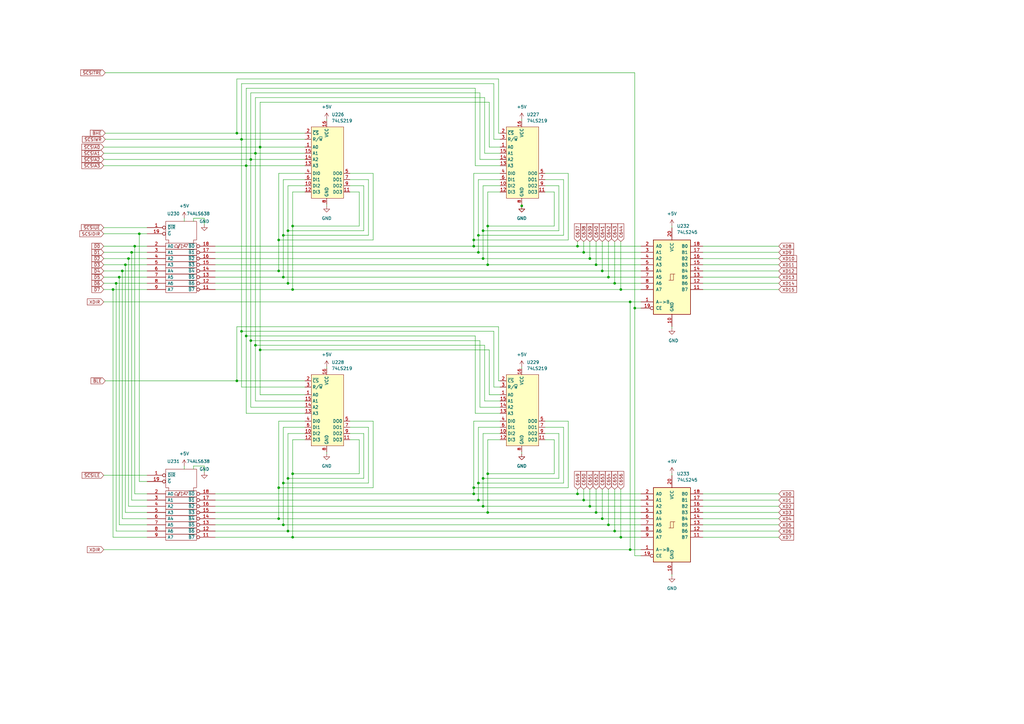
<source format=kicad_sch>
(kicad_sch (version 20211123) (generator eeschema)
  (paper "A3")
  (lib_symbols
    (symbol "74xx:74LS245" (pin_names (offset 1.016))
      (property "Reference" "U" (at -7.62 16.51 0))
      (property "Value" "74LS245" (at -7.62 -16.51 0))
      (symbol "74LS245_1_0"
        (polyline (pts (xy -0.635 -1.27) (xy -0.635 1.27) (xy 0.635 1.27)))
        (polyline (pts (xy -1.27 -1.27) (xy 0.635 -1.27) (xy 0.635 1.27) (xy 1.27 1.27)))
        (pin input line (at -12.7 -10.16 0) (length 5.08) (name "A->B") (number "1"))
        (pin power_in line (at 0 -20.32 90) (length 5.08) (name "GND") (number "10"))
        (pin tri_state line (at 12.7 -5.08 180) (length 5.08) (name "B7") (number "11"))
        (pin tri_state line (at 12.7 -2.54 180) (length 5.08) (name "B6") (number "12"))
        (pin tri_state line (at 12.7 0 180) (length 5.08) (name "B5") (number "13"))
        (pin tri_state line (at 12.7 2.54 180) (length 5.08) (name "B4") (number "14"))
        (pin tri_state line (at 12.7 5.08 180) (length 5.08) (name "B3") (number "15"))
        (pin tri_state line (at 12.7 7.62 180) (length 5.08) (name "B2") (number "16"))
        (pin tri_state line (at 12.7 10.16 180) (length 5.08) (name "B1") (number "17"))
        (pin tri_state line (at 12.7 12.7 180) (length 5.08) (name "B0") (number "18"))
        (pin input inverted (at -12.7 -12.7 0) (length 5.08) (name "CE") (number "19"))
        (pin tri_state line (at -12.7 12.7 0) (length 5.08) (name "A0") (number "2"))
        (pin power_in line (at 0 20.32 270) (length 5.08) (name "VCC") (number "20"))
        (pin tri_state line (at -12.7 10.16 0) (length 5.08) (name "A1") (number "3"))
        (pin tri_state line (at -12.7 7.62 0) (length 5.08) (name "A2") (number "4"))
        (pin tri_state line (at -12.7 5.08 0) (length 5.08) (name "A3") (number "5"))
        (pin tri_state line (at -12.7 2.54 0) (length 5.08) (name "A4") (number "6"))
        (pin tri_state line (at -12.7 0 0) (length 5.08) (name "A5") (number "7"))
        (pin tri_state line (at -12.7 -2.54 0) (length 5.08) (name "A6") (number "8"))
        (pin tri_state line (at -12.7 -5.08 0) (length 5.08) (name "A7") (number "9"))
      )
      (symbol "74LS245_1_1"
        (rectangle (start -7.62 15.24) (end 7.62 -15.24) (stroke (width 0.254)) (fill (type background)))
      )
    )
    (symbol "74xx_IEEE:74LS638" (pin_names (offset 0.762))
      (property "Reference" "U" (at 7.62 17.78 0))
      (property "Value" "74LS638" (at 2.54 -15.24 0))
      (symbol "74LS638_0_0"
        (polyline (pts (xy 0 7.112) (xy 0 5.588) (xy 1.524 6.35) (xy 0 7.112) (xy 0 7.112)))
        (polyline (pts (xy 1.27 7.112) (xy 2.794 7.112) (xy 2.032 5.842) (xy 1.27 7.112) (xy 1.27 7.112)))
        (polyline (pts (xy -1.524 5.588) (xy -1.016 5.588) (xy -0.508 7.112) (xy -0.254 7.112) (xy -0.762 7.112) (xy -1.27 5.588) (xy -1.27 5.588)))
        (polyline (pts (xy -2.032 7.112) (xy -2.794 6.35) (xy -2.286 5.842) (xy -2.794 5.842) (xy -1.27 5.842) (xy -1.778 5.842) (xy -1.27 6.35) (xy -2.032 7.112) (xy -2.032 7.112)))
        (pin power_in line (at 1.27 16.51 270) (length 0) hide (name "GND") (number "10"))
        (pin power_in line (at 5.08 16.51 270) (length 0) hide (name "VCC") (number "20"))
      )
      (symbol "74LS638_0_1"
        (rectangle (start -6.35 -10.16) (end 6.35 -12.7))
        (rectangle (start -6.35 -7.62) (end 6.35 -10.16))
        (rectangle (start -6.35 -5.08) (end 6.35 -7.62))
        (rectangle (start -6.35 -2.54) (end 6.35 -5.08))
        (rectangle (start -6.35 0) (end 6.35 -2.54))
        (rectangle (start -6.35 2.54) (end 6.35 0))
        (rectangle (start -6.35 5.08) (end 6.35 2.54))
        (rectangle (start -6.35 7.62) (end 6.35 5.08))
        (polyline (pts (xy -5.08 7.62) (xy -5.08 8.89) (xy -6.35 8.89) (xy -6.35 16.51) (xy 6.35 16.51) (xy 6.35 8.89) (xy 5.08 8.89) (xy 5.08 7.62) (xy 5.08 7.62)))
      )
      (symbol "74LS638_1_1"
        (pin input inverted (at -13.97 13.97 0) (length 7.62) (name "~{DIR}") (number "1"))
        (pin tri_state inverted (at 13.97 -11.43 180) (length 7.62) (name "~{B7}") (number "11"))
        (pin tri_state inverted (at 13.97 -8.89 180) (length 7.62) (name "~{B6}") (number "12"))
        (pin tri_state inverted (at 13.97 -6.35 180) (length 7.62) (name "~{B5}") (number "13"))
        (pin tri_state inverted (at 13.97 -3.81 180) (length 7.62) (name "~{B4}") (number "14"))
        (pin tri_state inverted (at 13.97 -1.27 180) (length 7.62) (name "~{B3}") (number "15"))
        (pin tri_state inverted (at 13.97 1.27 180) (length 7.62) (name "~{B2}") (number "16"))
        (pin tri_state inverted (at 13.97 3.81 180) (length 7.62) (name "~{B1}") (number "17"))
        (pin tri_state inverted (at 13.97 6.35 180) (length 7.62) (name "~{B0}") (number "18"))
        (pin input inverted (at -13.97 11.43 0) (length 7.62) (name "~{G}") (number "19"))
        (pin tri_state line (at -13.97 6.35 0) (length 7.62) (name "A0") (number "2"))
        (pin tri_state line (at -13.97 3.81 0) (length 7.62) (name "A1") (number "3"))
        (pin tri_state line (at -13.97 1.27 0) (length 7.62) (name "A2") (number "4"))
        (pin tri_state line (at -13.97 -1.27 0) (length 7.62) (name "A3") (number "5"))
        (pin tri_state line (at -13.97 -3.81 0) (length 7.62) (name "A4") (number "6"))
        (pin tri_state line (at -13.97 -6.35 0) (length 7.62) (name "A5") (number "7"))
        (pin tri_state line (at -13.97 -8.89 0) (length 7.62) (name "A6") (number "8"))
        (pin tri_state line (at -13.97 -11.43 0) (length 7.62) (name "A7") (number "9"))
      )
    )
    (symbol "power:+5V" (power) (pin_names (offset 0))
      (property "Value" "+5V" (at 0 3.556 0))
      (symbol "+5V_0_1"
        (polyline (pts (xy -0.762 1.27) (xy 0 2.54)))
        (polyline (pts (xy 0 0) (xy 0 2.54)))
        (polyline (pts (xy 0 2.54) (xy 0.762 1.27)))
      )
      (symbol "+5V_1_1"
        (pin power_in line (at 0 0 90) (length 0) hide (name "+5V") (number "1"))
      )
    )
    (symbol "power:GND" (power) (pin_names (offset 0))
      (property "Value" "GND" (at 0 -3.81 0))
      (symbol "GND_0_1"
        (polyline (pts (xy 0 0) (xy 0 -1.27) (xy 1.27 -1.27) (xy 0 -2.54) (xy -1.27 -1.27) (xy 0 -1.27)))
      )
      (symbol "GND_1_1"
        (pin power_in line (at 0 0 270) (length 0) hide (name "GND") (number "1"))
      )
    )
    (symbol "x37:74LS219"
      (property "Reference" "U" (at -12.065 17.145 0))
      (property "Value" "74LS219" (at 8.89 17.145 0))
      (symbol "74LS219_0_0"
        (pin input line (at -8.89 6.985 0) (length 2.54) (name "A0") (number "1"))
        (pin input line (at -8.89 -8.89 0) (length 2.54) (name "DI2") (number "10"))
        (pin output line (at 9.525 -11.43 180) (length 2.54) (name "DO3") (number "11"))
        (pin input line (at -8.89 -11.43 0) (length 2.54) (name "DI3") (number "12"))
        (pin input line (at -8.89 -0.635 0) (length 2.54) (name "A3") (number "13"))
        (pin input line (at -8.89 1.905 0) (length 2.54) (name "A2") (number "14"))
        (pin input line (at -8.89 4.445 0) (length 2.54) (name "A1") (number "15"))
        (pin power_in line (at 0 17.78 270) (length 2.54) (name "VCC") (number "16"))
        (pin input line (at -8.89 12.7 0) (length 2.54) (name "~{CS}") (number "2"))
        (pin input line (at -8.89 10.16 0) (length 2.54) (name "R/~{W}") (number "3"))
        (pin input line (at -8.89 -3.81 0) (length 2.54) (name "DI0") (number "4"))
        (pin output line (at 9.525 -3.81 180) (length 2.54) (name "DO0") (number "5"))
        (pin input line (at -8.89 -6.35 0) (length 2.54) (name "DI1") (number "6"))
        (pin output line (at 9.525 -6.35 180) (length 2.54) (name "DO1") (number "7"))
        (pin power_in line (at 0 -16.51 90) (length 2.54) (name "GND") (number "8"))
        (pin output line (at 9.525 -8.89 180) (length 2.54) (name "DO2") (number "9"))
      )
      (symbol "74LS219_0_1"
        (rectangle (start -6.35 15.24) (end 6.985 -13.97) (fill (type background)))
      )
    )
  )
  (junction (at 104.775 62.865))
  (junction (at 239.395 103.505))
  (junction (at 249.555 113.665))
  (junction (at 241.935 207.645))
  (junction (at 48.895 113.665))
  (junction (at 99.06 57.15))
  (junction (at 196.215 96.52))
  (junction (at 118.11 94.615))
  (junction (at 196.215 103.505))
  (junction (at 200.025 210.185))
  (junction (at 194.31 100.965))
  (junction (at 118.11 196.215))
  (junction (at 252.095 116.205))
  (junction (at 55.245 100.965))
  (junction (at 258.445 225.425))
  (junction (at 198.12 196.215))
  (junction (at 241.935 106.045))
  (junction (at 106.68 143.51))
  (junction (at 194.31 98.425))
  (junction (at 102.87 139.7))
  (junction (at 120.015 92.71))
  (junction (at 194.31 202.565))
  (junction (at 247.015 111.125))
  (junction (at 213.995 84.455))
  (junction (at 198.12 94.615))
  (junction (at 47.625 116.205))
  (junction (at 97.155 156.21))
  (junction (at 120.015 220.345))
  (junction (at 254.635 118.745))
  (junction (at 254.635 220.345))
  (junction (at 258.445 123.825))
  (junction (at 52.705 106.045))
  (junction (at 198.12 207.645))
  (junction (at 200.025 108.585))
  (junction (at 196.215 205.105))
  (junction (at 252.095 217.805))
  (junction (at 53.975 103.505))
  (junction (at 118.11 116.205))
  (junction (at 57.15 95.885))
  (junction (at 236.855 202.565))
  (junction (at 260.35 126.365))
  (junction (at 196.215 198.12))
  (junction (at 114.3 98.425))
  (junction (at 120.015 118.745))
  (junction (at 249.555 215.265))
  (junction (at 114.3 200.025))
  (junction (at 106.68 60.325))
  (junction (at 114.3 111.125))
  (junction (at 194.31 200.025))
  (junction (at 97.155 54.61))
  (junction (at 236.855 100.965))
  (junction (at 100.965 67.945))
  (junction (at 244.475 210.185))
  (junction (at 104.775 141.605))
  (junction (at 200.025 194.31))
  (junction (at 198.12 106.045))
  (junction (at 102.87 65.405))
  (junction (at 46.355 118.745))
  (junction (at 244.475 108.585))
  (junction (at 116.205 215.265))
  (junction (at 247.015 212.725))
  (junction (at 200.025 92.71))
  (junction (at 114.3 212.725))
  (junction (at 239.395 205.105))
  (junction (at 50.165 111.125))
  (junction (at 120.015 194.31))
  (junction (at 116.205 96.52))
  (junction (at 116.205 198.12))
  (junction (at 51.435 108.585))
  (junction (at 100.965 137.795))
  (junction (at 118.11 217.805))
  (junction (at 116.205 113.665))
  (junction (at 99.06 135.89))
  (wire (pts (xy 241.935 207.645) (xy 262.89 207.645)))
  (wire (pts (xy 133.985 150.495) (xy 133.985 151.13)))
  (wire (pts (xy 143.51 73.66) (xy 151.13 73.66)))
  (wire (pts (xy 151.13 198.12) (xy 116.205 198.12)))
  (wire (pts (xy 196.215 175.26) (xy 205.105 175.26)))
  (wire (pts (xy 202.565 34.29) (xy 202.565 57.15)))
  (wire (pts (xy 120.015 92.71) (xy 147.32 92.71)))
  (wire (pts (xy 99.06 135.89) (xy 99.06 158.75)))
  (wire (pts (xy 153.035 172.72) (xy 153.035 200.025)))
  (wire (pts (xy 43.18 156.21) (xy 97.155 156.21)))
  (wire (pts (xy 198.755 164.465) (xy 205.105 164.465)))
  (wire (pts (xy 97.155 54.61) (xy 125.095 54.61)))
  (wire (pts (xy 149.225 177.8) (xy 143.51 177.8)))
  (wire (pts (xy 60.325 220.345) (xy 46.355 220.345)))
  (wire (pts (xy 204.47 156.21) (xy 205.105 156.21)))
  (wire (pts (xy 102.87 38.1) (xy 196.85 38.1)))
  (wire (pts (xy 200.025 194.31) (xy 200.025 210.185)))
  (wire (pts (xy 120.015 180.34) (xy 120.015 194.31)))
  (wire (pts (xy 46.355 118.745) (xy 60.325 118.745)))
  (wire (pts (xy 288.29 202.565) (xy 319.405 202.565)))
  (wire (pts (xy 99.06 135.89) (xy 202.565 135.89)))
  (wire (pts (xy 100.965 36.195) (xy 194.945 36.195)))
  (wire (pts (xy 200.66 41.91) (xy 200.66 60.325)))
  (wire (pts (xy 114.3 98.425) (xy 114.3 111.125)))
  (wire (pts (xy 288.29 111.125) (xy 319.405 111.125)))
  (wire (pts (xy 88.265 103.505) (xy 196.215 103.505)))
  (wire (pts (xy 52.705 106.045) (xy 60.325 106.045)))
  (wire (pts (xy 100.965 137.795) (xy 194.945 137.795)))
  (wire (pts (xy 198.755 164.465) (xy 198.755 141.605)))
  (wire (pts (xy 88.265 215.265) (xy 116.205 215.265)))
  (wire (pts (xy 147.32 180.34) (xy 143.51 180.34)))
  (wire (pts (xy 79.375 191.135) (xy 83.82 191.135)))
  (wire (pts (xy 102.87 139.7) (xy 102.87 167.005)))
  (wire (pts (xy 116.205 215.265) (xy 249.555 215.265)))
  (wire (pts (xy 51.435 108.585) (xy 60.325 108.585)))
  (wire (pts (xy 116.205 113.665) (xy 249.555 113.665)))
  (wire (pts (xy 202.565 57.15) (xy 205.105 57.15)))
  (wire (pts (xy 213.995 150.495) (xy 213.995 151.13)))
  (wire (pts (xy 42.545 106.045) (xy 52.705 106.045)))
  (wire (pts (xy 43.18 54.61) (xy 97.155 54.61)))
  (wire (pts (xy 196.215 73.66) (xy 196.215 96.52)))
  (wire (pts (xy 42.545 111.125) (xy 50.165 111.125)))
  (wire (pts (xy 198.755 62.865) (xy 198.755 40.005)))
  (wire (pts (xy 233.045 172.72) (xy 223.52 172.72)))
  (wire (pts (xy 198.12 196.215) (xy 198.12 207.645)))
  (wire (pts (xy 236.855 202.565) (xy 262.89 202.565)))
  (wire (pts (xy 102.87 65.405) (xy 102.87 38.1)))
  (wire (pts (xy 198.755 62.865) (xy 205.105 62.865)))
  (wire (pts (xy 133.985 48.895) (xy 133.985 49.53)))
  (wire (pts (xy 244.475 210.185) (xy 262.89 210.185)))
  (wire (pts (xy 204.47 32.385) (xy 204.47 54.61)))
  (wire (pts (xy 249.555 113.665) (xy 262.89 113.665)))
  (wire (pts (xy 88.265 202.565) (xy 194.31 202.565)))
  (wire (pts (xy 288.29 113.665) (xy 319.405 113.665)))
  (wire (pts (xy 88.265 205.105) (xy 196.215 205.105)))
  (wire (pts (xy 153.035 98.425) (xy 114.3 98.425)))
  (wire (pts (xy 106.68 161.925) (xy 125.095 161.925)))
  (wire (pts (xy 227.33 194.31) (xy 227.33 180.34)))
  (wire (pts (xy 204.47 54.61) (xy 205.105 54.61)))
  (wire (pts (xy 236.855 200.66) (xy 236.855 202.565)))
  (wire (pts (xy 88.265 113.665) (xy 116.205 113.665)))
  (wire (pts (xy 239.395 99.06) (xy 239.395 103.505)))
  (wire (pts (xy 47.625 217.805) (xy 60.325 217.805)))
  (wire (pts (xy 42.545 103.505) (xy 53.975 103.505)))
  (wire (pts (xy 200.025 210.185) (xy 244.475 210.185)))
  (wire (pts (xy 60.325 215.265) (xy 48.895 215.265)))
  (wire (pts (xy 198.12 94.615) (xy 198.12 106.045)))
  (wire (pts (xy 60.325 197.485) (xy 57.15 197.485)))
  (wire (pts (xy 260.35 29.845) (xy 260.35 126.365)))
  (wire (pts (xy 258.445 123.825) (xy 262.89 123.825)))
  (wire (pts (xy 205.105 172.72) (xy 194.31 172.72)))
  (wire (pts (xy 116.205 198.12) (xy 116.205 215.265)))
  (wire (pts (xy 288.29 207.645) (xy 319.405 207.645)))
  (wire (pts (xy 288.29 100.965) (xy 319.405 100.965)))
  (wire (pts (xy 60.325 210.185) (xy 51.435 210.185)))
  (wire (pts (xy 88.265 108.585) (xy 200.025 108.585)))
  (wire (pts (xy 205.105 76.2) (xy 198.12 76.2)))
  (wire (pts (xy 55.245 100.965) (xy 55.245 202.565)))
  (wire (pts (xy 104.775 164.465) (xy 125.095 164.465)))
  (wire (pts (xy 151.13 175.26) (xy 151.13 198.12)))
  (wire (pts (xy 151.13 96.52) (xy 116.205 96.52)))
  (wire (pts (xy 100.965 67.945) (xy 100.965 137.795)))
  (wire (pts (xy 236.855 99.06) (xy 236.855 100.965)))
  (wire (pts (xy 249.555 215.265) (xy 262.89 215.265)))
  (wire (pts (xy 118.11 196.215) (xy 118.11 217.805)))
  (wire (pts (xy 229.235 177.8) (xy 223.52 177.8)))
  (wire (pts (xy 104.775 141.605) (xy 104.775 164.465)))
  (wire (pts (xy 46.355 220.345) (xy 46.355 118.745)))
  (wire (pts (xy 239.395 103.505) (xy 262.89 103.505)))
  (wire (pts (xy 200.025 108.585) (xy 244.475 108.585)))
  (wire (pts (xy 196.85 38.1) (xy 196.85 65.405)))
  (wire (pts (xy 223.52 175.26) (xy 231.14 175.26)))
  (wire (pts (xy 258.445 225.425) (xy 262.89 225.425)))
  (wire (pts (xy 118.11 177.8) (xy 118.11 196.215)))
  (wire (pts (xy 249.555 200.66) (xy 249.555 215.265)))
  (wire (pts (xy 194.945 169.545) (xy 194.945 137.795)))
  (wire (pts (xy 153.035 71.12) (xy 153.035 98.425)))
  (wire (pts (xy 118.11 116.205) (xy 252.095 116.205)))
  (wire (pts (xy 198.12 207.645) (xy 241.935 207.645)))
  (wire (pts (xy 125.095 78.74) (xy 120.015 78.74)))
  (wire (pts (xy 196.215 175.26) (xy 196.215 198.12)))
  (wire (pts (xy 120.015 194.31) (xy 147.32 194.31)))
  (wire (pts (xy 194.31 71.12) (xy 194.31 98.425)))
  (wire (pts (xy 288.29 116.205) (xy 319.405 116.205)))
  (wire (pts (xy 205.105 71.12) (xy 194.31 71.12)))
  (wire (pts (xy 97.155 32.385) (xy 97.155 54.61)))
  (wire (pts (xy 252.095 99.06) (xy 252.095 116.205)))
  (wire (pts (xy 88.265 217.805) (xy 118.11 217.805)))
  (wire (pts (xy 194.31 200.025) (xy 194.31 202.565)))
  (wire (pts (xy 42.545 225.425) (xy 258.445 225.425)))
  (wire (pts (xy 194.31 98.425) (xy 194.31 100.965)))
  (wire (pts (xy 47.625 116.205) (xy 60.325 116.205)))
  (wire (pts (xy 153.035 200.025) (xy 114.3 200.025)))
  (wire (pts (xy 88.265 118.745) (xy 120.015 118.745)))
  (wire (pts (xy 205.105 67.945) (xy 194.945 67.945)))
  (wire (pts (xy 194.31 100.965) (xy 236.855 100.965)))
  (wire (pts (xy 42.545 60.325) (xy 106.68 60.325)))
  (wire (pts (xy 233.045 200.025) (xy 233.045 172.72)))
  (wire (pts (xy 288.29 217.805) (xy 319.405 217.805)))
  (wire (pts (xy 99.06 34.29) (xy 202.565 34.29)))
  (wire (pts (xy 200.025 92.71) (xy 200.025 108.585)))
  (wire (pts (xy 120.015 78.74) (xy 120.015 92.71)))
  (wire (pts (xy 57.15 197.485) (xy 57.15 95.885)))
  (wire (pts (xy 47.625 116.205) (xy 47.625 217.805)))
  (wire (pts (xy 118.11 94.615) (xy 118.11 116.205)))
  (wire (pts (xy 97.155 133.985) (xy 204.47 133.985)))
  (wire (pts (xy 241.935 106.045) (xy 262.89 106.045)))
  (wire (pts (xy 83.82 191.135) (xy 83.82 193.675)))
  (wire (pts (xy 99.06 57.15) (xy 99.06 135.89)))
  (wire (pts (xy 288.29 205.105) (xy 319.405 205.105)))
  (wire (pts (xy 104.775 62.865) (xy 125.095 62.865)))
  (wire (pts (xy 213.995 83.82) (xy 213.995 84.455)))
  (wire (pts (xy 116.205 96.52) (xy 116.205 113.665)))
  (wire (pts (xy 194.31 98.425) (xy 233.045 98.425)))
  (wire (pts (xy 231.14 73.66) (xy 231.14 96.52)))
  (wire (pts (xy 75.565 89.535) (xy 75.565 90.805)))
  (wire (pts (xy 262.89 126.365) (xy 260.35 126.365)))
  (wire (pts (xy 254.635 200.66) (xy 254.635 220.345)))
  (wire (pts (xy 227.33 92.71) (xy 227.33 78.74)))
  (wire (pts (xy 53.975 103.505) (xy 60.325 103.505)))
  (wire (pts (xy 50.165 212.725) (xy 60.325 212.725)))
  (wire (pts (xy 229.235 94.615) (xy 229.235 76.2)))
  (wire (pts (xy 50.165 111.125) (xy 60.325 111.125)))
  (wire (pts (xy 79.375 89.535) (xy 83.82 89.535)))
  (wire (pts (xy 114.3 200.025) (xy 114.3 172.72)))
  (wire (pts (xy 104.775 40.005) (xy 198.755 40.005)))
  (wire (pts (xy 229.235 196.215) (xy 229.235 177.8)))
  (wire (pts (xy 227.33 78.74) (xy 223.52 78.74)))
  (wire (pts (xy 200.025 194.31) (xy 227.33 194.31)))
  (wire (pts (xy 116.205 73.66) (xy 116.205 96.52)))
  (wire (pts (xy 99.06 158.75) (xy 125.095 158.75)))
  (wire (pts (xy 100.965 169.545) (xy 125.095 169.545)))
  (wire (pts (xy 106.68 41.91) (xy 200.66 41.91)))
  (wire (pts (xy 42.545 113.665) (xy 48.895 113.665)))
  (wire (pts (xy 42.545 118.745) (xy 46.355 118.745)))
  (wire (pts (xy 194.945 67.945) (xy 194.945 36.195)))
  (wire (pts (xy 88.265 207.645) (xy 198.12 207.645)))
  (wire (pts (xy 275.59 235.585) (xy 275.59 236.22)))
  (wire (pts (xy 205.105 169.545) (xy 194.945 169.545)))
  (wire (pts (xy 102.87 65.405) (xy 125.095 65.405)))
  (wire (pts (xy 147.32 194.31) (xy 147.32 180.34)))
  (wire (pts (xy 42.545 65.405) (xy 102.87 65.405)))
  (wire (pts (xy 200.66 143.51) (xy 200.66 161.925)))
  (wire (pts (xy 125.095 76.2) (xy 118.11 76.2)))
  (wire (pts (xy 244.475 200.66) (xy 244.475 210.185)))
  (wire (pts (xy 125.095 172.72) (xy 114.3 172.72)))
  (wire (pts (xy 42.545 108.585) (xy 51.435 108.585)))
  (wire (pts (xy 88.265 220.345) (xy 120.015 220.345)))
  (wire (pts (xy 55.245 100.965) (xy 60.325 100.965)))
  (wire (pts (xy 120.015 194.31) (xy 120.015 220.345)))
  (wire (pts (xy 231.14 198.12) (xy 196.215 198.12)))
  (wire (pts (xy 252.095 200.66) (xy 252.095 217.805)))
  (wire (pts (xy 48.895 113.665) (xy 60.325 113.665)))
  (wire (pts (xy 254.635 220.345) (xy 262.89 220.345)))
  (wire (pts (xy 247.015 99.06) (xy 247.015 111.125)))
  (wire (pts (xy 125.095 71.12) (xy 114.3 71.12)))
  (wire (pts (xy 236.855 100.965) (xy 262.89 100.965)))
  (wire (pts (xy 200.025 92.71) (xy 227.33 92.71)))
  (wire (pts (xy 204.47 133.985) (xy 204.47 156.21)))
  (wire (pts (xy 42.545 93.345) (xy 60.325 93.345)))
  (wire (pts (xy 42.545 116.205) (xy 47.625 116.205)))
  (wire (pts (xy 244.475 99.06) (xy 244.475 108.585)))
  (wire (pts (xy 88.265 210.185) (xy 200.025 210.185)))
  (wire (pts (xy 288.29 103.505) (xy 319.405 103.505)))
  (wire (pts (xy 143.51 172.72) (xy 153.035 172.72)))
  (wire (pts (xy 99.06 34.29) (xy 99.06 57.15)))
  (wire (pts (xy 51.435 108.585) (xy 51.435 210.185)))
  (wire (pts (xy 42.545 123.825) (xy 258.445 123.825)))
  (wire (pts (xy 118.11 76.2) (xy 118.11 94.615)))
  (wire (pts (xy 196.85 139.7) (xy 196.85 167.005)))
  (wire (pts (xy 100.965 67.945) (xy 125.095 67.945)))
  (wire (pts (xy 198.12 196.215) (xy 229.235 196.215)))
  (wire (pts (xy 97.155 133.985) (xy 97.155 156.21)))
  (wire (pts (xy 104.775 62.865) (xy 104.775 141.605)))
  (wire (pts (xy 106.68 60.325) (xy 106.68 143.51)))
  (wire (pts (xy 233.045 98.425) (xy 233.045 71.12)))
  (wire (pts (xy 83.82 89.535) (xy 83.82 92.075)))
  (wire (pts (xy 213.995 185.42) (xy 213.995 186.055)))
  (wire (pts (xy 133.985 83.82) (xy 133.985 84.455)))
  (wire (pts (xy 88.265 100.965) (xy 194.31 100.965)))
  (wire (pts (xy 42.545 95.885) (xy 57.15 95.885)))
  (wire (pts (xy 97.155 32.385) (xy 204.47 32.385)))
  (wire (pts (xy 205.105 78.74) (xy 200.025 78.74)))
  (wire (pts (xy 194.31 202.565) (xy 236.855 202.565)))
  (wire (pts (xy 120.015 118.745) (xy 254.635 118.745)))
  (wire (pts (xy 52.705 207.645) (xy 60.325 207.645)))
  (wire (pts (xy 125.095 180.34) (xy 120.015 180.34)))
  (wire (pts (xy 231.14 175.26) (xy 231.14 198.12)))
  (wire (pts (xy 288.29 108.585) (xy 319.405 108.585)))
  (wire (pts (xy 288.29 212.725) (xy 319.405 212.725)))
  (wire (pts (xy 116.205 175.26) (xy 125.095 175.26)))
  (wire (pts (xy 120.015 92.71) (xy 120.015 118.745)))
  (wire (pts (xy 60.325 205.105) (xy 53.975 205.105)))
  (wire (pts (xy 288.29 210.185) (xy 319.405 210.185)))
  (wire (pts (xy 196.215 73.66) (xy 205.105 73.66)))
  (wire (pts (xy 196.215 96.52) (xy 196.215 103.505)))
  (wire (pts (xy 104.775 40.005) (xy 104.775 62.865)))
  (wire (pts (xy 227.33 180.34) (xy 223.52 180.34)))
  (wire (pts (xy 194.31 200.025) (xy 233.045 200.025)))
  (wire (pts (xy 196.215 103.505) (xy 239.395 103.505)))
  (wire (pts (xy 258.445 123.825) (xy 258.445 225.425)))
  (wire (pts (xy 79.375 90.805) (xy 79.375 89.535)))
  (wire (pts (xy 147.32 92.71) (xy 147.32 78.74)))
  (wire (pts (xy 99.06 57.15) (xy 125.095 57.15)))
  (wire (pts (xy 52.705 106.045) (xy 52.705 207.645)))
  (wire (pts (xy 100.965 36.195) (xy 100.965 67.945)))
  (wire (pts (xy 233.045 71.12) (xy 223.52 71.12)))
  (wire (pts (xy 254.635 118.745) (xy 262.89 118.745)))
  (wire (pts (xy 118.11 196.215) (xy 149.225 196.215)))
  (wire (pts (xy 196.215 198.12) (xy 196.215 205.105)))
  (wire (pts (xy 196.85 65.405) (xy 205.105 65.405)))
  (wire (pts (xy 202.565 158.75) (xy 205.105 158.75)))
  (wire (pts (xy 244.475 108.585) (xy 262.89 108.585)))
  (wire (pts (xy 102.87 65.405) (xy 102.87 139.7)))
  (wire (pts (xy 288.29 118.745) (xy 319.405 118.745)))
  (wire (pts (xy 247.015 200.66) (xy 247.015 212.725)))
  (wire (pts (xy 262.89 227.965) (xy 260.35 227.965)))
  (wire (pts (xy 231.14 96.52) (xy 196.215 96.52)))
  (wire (pts (xy 114.3 111.125) (xy 247.015 111.125)))
  (wire (pts (xy 247.015 111.125) (xy 262.89 111.125)))
  (wire (pts (xy 288.29 220.345) (xy 319.405 220.345)))
  (wire (pts (xy 57.15 95.885) (xy 60.325 95.885)))
  (wire (pts (xy 88.265 212.725) (xy 114.3 212.725)))
  (wire (pts (xy 213.995 48.895) (xy 213.995 49.53)))
  (wire (pts (xy 275.59 133.985) (xy 275.59 134.62)))
  (wire (pts (xy 202.565 135.89) (xy 202.565 158.75)))
  (wire (pts (xy 102.87 167.005) (xy 125.095 167.005)))
  (wire (pts (xy 118.11 217.805) (xy 252.095 217.805)))
  (wire (pts (xy 249.555 99.06) (xy 249.555 113.665)))
  (wire (pts (xy 205.105 177.8) (xy 198.12 177.8)))
  (wire (pts (xy 88.265 111.125) (xy 114.3 111.125)))
  (wire (pts (xy 196.215 205.105) (xy 239.395 205.105)))
  (wire (pts (xy 104.775 141.605) (xy 198.755 141.605)))
  (wire (pts (xy 198.12 94.615) (xy 229.235 94.615)))
  (wire (pts (xy 241.935 200.66) (xy 241.935 207.645)))
  (wire (pts (xy 143.51 71.12) (xy 153.035 71.12)))
  (wire (pts (xy 43.18 29.845) (xy 260.35 29.845)))
  (wire (pts (xy 194.31 172.72) (xy 194.31 200.025)))
  (wire (pts (xy 205.105 180.34) (xy 200.025 180.34)))
  (wire (pts (xy 118.11 94.615) (xy 149.225 94.615)))
  (wire (pts (xy 133.985 185.42) (xy 133.985 186.055)))
  (wire (pts (xy 254.635 99.06) (xy 254.635 118.745)))
  (wire (pts (xy 88.265 106.045) (xy 198.12 106.045)))
  (wire (pts (xy 196.85 167.005) (xy 205.105 167.005)))
  (wire (pts (xy 239.395 205.105) (xy 262.89 205.105)))
  (wire (pts (xy 114.3 212.725) (xy 247.015 212.725)))
  (wire (pts (xy 43.18 57.15) (xy 99.06 57.15)))
  (wire (pts (xy 247.015 212.725) (xy 262.89 212.725)))
  (wire (pts (xy 200.66 60.325) (xy 205.105 60.325)))
  (wire (pts (xy 198.12 106.045) (xy 241.935 106.045)))
  (wire (pts (xy 88.265 116.205) (xy 118.11 116.205)))
  (wire (pts (xy 275.59 194.31) (xy 275.59 194.945)))
  (wire (pts (xy 149.225 196.215) (xy 149.225 177.8)))
  (wire (pts (xy 106.68 60.325) (xy 125.095 60.325)))
  (wire (pts (xy 200.025 78.74) (xy 200.025 92.71)))
  (wire (pts (xy 241.935 99.06) (xy 241.935 106.045)))
  (wire (pts (xy 147.32 78.74) (xy 143.51 78.74)))
  (wire (pts (xy 239.395 200.66) (xy 239.395 205.105)))
  (wire (pts (xy 223.52 73.66) (xy 231.14 73.66)))
  (wire (pts (xy 125.095 177.8) (xy 118.11 177.8)))
  (wire (pts (xy 252.095 217.805) (xy 262.89 217.805)))
  (wire (pts (xy 114.3 98.425) (xy 114.3 71.12)))
  (wire (pts (xy 55.245 202.565) (xy 60.325 202.565)))
  (wire (pts (xy 42.545 67.945) (xy 100.965 67.945)))
  (wire (pts (xy 200.66 161.925) (xy 205.105 161.925)))
  (wire (pts (xy 79.375 192.405) (xy 79.375 191.135)))
  (wire (pts (xy 97.155 156.21) (xy 125.095 156.21)))
  (wire (pts (xy 198.12 177.8) (xy 198.12 196.215)))
  (wire (pts (xy 151.13 73.66) (xy 151.13 96.52)))
  (wire (pts (xy 149.225 76.2) (xy 143.51 76.2)))
  (wire (pts (xy 42.545 100.965) (xy 55.245 100.965)))
  (wire (pts (xy 42.545 194.945) (xy 60.325 194.945)))
  (wire (pts (xy 106.68 41.91) (xy 106.68 60.325)))
  (wire (pts (xy 114.3 200.025) (xy 114.3 212.725)))
  (wire (pts (xy 275.59 92.71) (xy 275.59 93.345)))
  (wire (pts (xy 100.965 137.795) (xy 100.965 169.545)))
  (wire (pts (xy 229.235 76.2) (xy 223.52 76.2)))
  (wire (pts (xy 106.68 143.51) (xy 200.66 143.51)))
  (wire (pts (xy 106.68 143.51) (xy 106.68 161.925)))
  (wire (pts (xy 102.87 139.7) (xy 196.85 139.7)))
  (wire (pts (xy 116.205 73.66) (xy 125.095 73.66)))
  (wire (pts (xy 200.025 180.34) (xy 200.025 194.31)))
  (wire (pts (xy 50.165 111.125) (xy 50.165 212.725)))
  (wire (pts (xy 42.545 62.865) (xy 104.775 62.865)))
  (wire (pts (xy 288.29 106.045) (xy 319.405 106.045)))
  (wire (pts (xy 120.015 220.345) (xy 254.635 220.345)))
  (wire (pts (xy 252.095 116.205) (xy 262.89 116.205)))
  (wire (pts (xy 198.12 76.2) (xy 198.12 94.615)))
  (wire (pts (xy 53.975 103.505) (xy 53.975 205.105)))
  (wire (pts (xy 143.51 175.26) (xy 151.13 175.26)))
  (wire (pts (xy 149.225 94.615) (xy 149.225 76.2)))
  (wire (pts (xy 116.205 175.26) (xy 116.205 198.12)))
  (wire (pts (xy 288.29 215.265) (xy 319.405 215.265)))
  (wire (pts (xy 48.895 113.665) (xy 48.895 215.265)))
  (wire (pts (xy 75.565 191.135) (xy 75.565 192.405)))
  (wire (pts (xy 260.35 126.365) (xy 260.35 227.965)))
  (global_label "XD13" (shape input) (at 319.405 113.665 0) (property "Intersheet References" "${INTERSHEET_REFS}" (effects hide)))
  (global_label "XD8" (shape input) (at 319.405 100.965 0) (property "Intersheet References" "${INTERSHEET_REFS}" (effects hide)))
  (global_label "C655" (shape input) (at 252.095 200.66 90) (property "Intersheet References" "${INTERSHEET_REFS}" (effects hide)))
  (global_label "XD5" (shape input) (at 319.405 215.265 0) (property "Intersheet References" "${INTERSHEET_REFS}" (effects hide)))
  (global_label "XD7" (shape input) (at 319.405 220.345 0) (property "Intersheet References" "${INTERSHEET_REFS}" (effects hide)))
  (global_label "XD6" (shape input) (at 319.405 217.805 0) (property "Intersheet References" "${INTERSHEET_REFS}" (effects hide)))
  (global_label "~{SCSITRE}" (shape input) (at 43.18 29.845 180) (property "Intersheet References" "${INTERSHEET_REFS}" (effects hide)))
  (global_label "XD12" (shape input) (at 319.405 111.125 0) (property "Intersheet References" "${INTERSHEET_REFS}" (effects hide)))
  (global_label "SCSIDIR" (shape input) (at 42.545 95.885 180) (property "Intersheet References" "${INTERSHEET_REFS}" (effects hide)))
  (global_label "XD2" (shape input) (at 319.405 207.645 0) (property "Intersheet References" "${INTERSHEET_REFS}" (effects hide)))
  (global_label "XD1" (shape input) (at 319.405 205.105 0) (property "Intersheet References" "${INTERSHEET_REFS}" (effects hide)))
  (global_label "~{SCSILE}" (shape input) (at 42.545 194.945 180) (property "Intersheet References" "${INTERSHEET_REFS}" (effects hide)))
  (global_label "~{SCSIA0}" (shape input) (at 42.545 60.325 180) (property "Intersheet References" "${INTERSHEET_REFS}" (effects hide)))
  (global_label "XD3" (shape input) (at 319.405 210.185 0) (property "Intersheet References" "${INTERSHEET_REFS}" (effects hide)))
  (global_label "~{D7}" (shape input) (at 42.545 118.745 180) (property "Intersheet References" "${INTERSHEET_REFS}" (effects hide)))
  (global_label "XD0" (shape input) (at 319.405 202.565 0) (property "Intersheet References" "${INTERSHEET_REFS}" (effects hide)))
  (global_label "C641" (shape input) (at 247.015 99.06 90) (property "Intersheet References" "${INTERSHEET_REFS}" (effects hide)))
  (global_label "~{BLE}" (shape input) (at 43.18 156.21 180) (property "Intersheet References" "${INTERSHEET_REFS}" (effects hide)))
  (global_label "XD10" (shape input) (at 319.405 106.045 0) (property "Intersheet References" "${INTERSHEET_REFS}" (effects hide)))
  (global_label "~{SCSIUE}" (shape input) (at 42.545 93.345 180) (property "Intersheet References" "${INTERSHEET_REFS}" (effects hide)))
  (global_label "~{SCSIWR}" (shape input) (at 43.18 57.15 180) (property "Intersheet References" "${INTERSHEET_REFS}" (effects hide)))
  (global_label "C654" (shape input) (at 249.555 200.66 90) (property "Intersheet References" "${INTERSHEET_REFS}" (effects hide)))
  (global_label "XD14" (shape input) (at 319.405 116.205 0) (property "Intersheet References" "${INTERSHEET_REFS}" (effects hide)))
  (global_label "~{D1}" (shape input) (at 42.545 103.505 180) (property "Intersheet References" "${INTERSHEET_REFS}" (effects hide)))
  (global_label "XD9" (shape input) (at 319.405 103.505 0) (property "Intersheet References" "${INTERSHEET_REFS}" (effects hide)))
  (global_label "C651" (shape input) (at 241.935 200.66 90) (property "Intersheet References" "${INTERSHEET_REFS}" (effects hide)))
  (global_label "C643" (shape input) (at 252.095 99.06 90) (property "Intersheet References" "${INTERSHEET_REFS}" (effects hide)))
  (global_label "~{D0}" (shape input) (at 42.545 100.965 180) (property "Intersheet References" "${INTERSHEET_REFS}" (effects hide)))
  (global_label "C644" (shape input) (at 254.635 99.06 90) (property "Intersheet References" "${INTERSHEET_REFS}" (effects hide)))
  (global_label "C642" (shape input) (at 249.555 99.06 90) (property "Intersheet References" "${INTERSHEET_REFS}" (effects hide)))
  (global_label "C639" (shape input) (at 241.935 99.06 90) (property "Intersheet References" "${INTERSHEET_REFS}" (effects hide)))
  (global_label "C638" (shape input) (at 239.395 99.06 90) (property "Intersheet References" "${INTERSHEET_REFS}" (effects hide)))
  (global_label "XD15" (shape input) (at 319.405 118.745 0) (property "Intersheet References" "${INTERSHEET_REFS}" (effects hide)))
  (global_label "~{D6}" (shape input) (at 42.545 116.205 180) (property "Intersheet References" "${INTERSHEET_REFS}" (effects hide)))
  (global_label "~{SCSIA2}" (shape input) (at 42.545 65.405 180) (property "Intersheet References" "${INTERSHEET_REFS}" (effects hide)))
  (global_label "~{D2}" (shape input) (at 42.545 106.045 180) (property "Intersheet References" "${INTERSHEET_REFS}" (effects hide)))
  (global_label "XD11" (shape input) (at 319.405 108.585 0) (property "Intersheet References" "${INTERSHEET_REFS}" (effects hide)))
  (global_label "C652" (shape input) (at 244.475 200.66 90) (property "Intersheet References" "${INTERSHEET_REFS}" (effects hide)))
  (global_label "C649" (shape input) (at 236.855 200.66 90) (property "Intersheet References" "${INTERSHEET_REFS}" (effects hide)))
  (global_label "C637" (shape input) (at 236.855 99.06 90) (property "Intersheet References" "${INTERSHEET_REFS}" (effects hide)))
  (global_label "XD4" (shape input) (at 319.405 212.725 0) (property "Intersheet References" "${INTERSHEET_REFS}" (effects hide)))
  (global_label "C650" (shape input) (at 239.395 200.66 90) (property "Intersheet References" "${INTERSHEET_REFS}" (effects hide)))
  (global_label "XDIR" (shape input) (at 42.545 123.825 180) (property "Intersheet References" "${INTERSHEET_REFS}" (effects hide)))
  (global_label "~{SCSIA1}" (shape input) (at 42.545 62.865 180) (property "Intersheet References" "${INTERSHEET_REFS}" (effects hide)))
  (global_label "~{D3}" (shape input) (at 42.545 108.585 180) (property "Intersheet References" "${INTERSHEET_REFS}" (effects hide)))
  (global_label "~{SCSIA3}" (shape input) (at 42.545 67.945 180) (property "Intersheet References" "${INTERSHEET_REFS}" (effects hide)))
  (global_label "C656" (shape input) (at 254.635 200.66 90) (property "Intersheet References" "${INTERSHEET_REFS}" (effects hide)))
  (global_label "C653" (shape input) (at 247.015 200.66 90) (property "Intersheet References" "${INTERSHEET_REFS}" (effects hide)))
  (global_label "XDIR" (shape input) (at 42.545 225.425 180) (property "Intersheet References" "${INTERSHEET_REFS}" (effects hide)))
  (global_label "~{D5}" (shape input) (at 42.545 113.665 180) (property "Intersheet References" "${INTERSHEET_REFS}" (effects hide)))
  (global_label "~{D4}" (shape input) (at 42.545 111.125 180) (property "Intersheet References" "${INTERSHEET_REFS}" (effects hide)))
  (global_label "~{BHE}" (shape input) (at 43.18 54.61 180) (property "Intersheet References" "${INTERSHEET_REFS}" (effects hide)))
  (global_label "C640" (shape input) (at 244.475 99.06 90) (property "Intersheet References" "${INTERSHEET_REFS}" (effects hide)))
  (symbol (lib_id "power:GND") (at 275.59 236.22 0) (unit 1)
    (property "Reference" "#PWR0535" (effects hide))
    (property "Value" "GND" (at 275.59 241.3 0))
  )
  (symbol (lib_id "power:GND") (at 213.995 186.055 0) (unit 1)
    (property "Reference" "#PWR0539" (effects hide))
    (property "Value" "GND" (at 213.995 191.135 0))
  )
  (symbol (lib_id "x37:74LS219") (at 213.995 168.91 0) (unit 1)
    (property "Reference" "U229" (at 216.0144 148.59 0) (effects (justify left)))
    (property "Value" "74LS219" (at 216.0144 151.13 0) (effects (justify left)))
    (property "Footprint" "Package_DIP:DIP-16_W7.62mm" (effects hide))
  )
  (symbol (lib_id "74xx:74LS245") (at 275.59 215.265 0) (unit 1)
    (property "Reference" "U233" (at 277.6094 194.31 0) (effects (justify left)))
    (property "Value" "74LS245" (at 277.6094 196.85 0) (effects (justify left)))
    (property "Footprint" "Package_DIP:DIP-20_W7.62mm" (effects hide))
    (property "Datasheet" "http://www.ti.com/lit/gpn/sn74LS245" (effects hide))
  )
  (symbol (lib_id "power:+5V") (at 213.995 48.895 0) (unit 1)
    (property "Reference" "#PWR0533" (effects hide))
    (property "Value" "+5V" (at 213.995 43.815 0))
  )
  (symbol (lib_id "74xx_IEEE:74LS638") (at 74.295 208.915 0) (unit 1)
    (property "Reference" "U231" (at 71.12 189.23 0))
    (property "Value" "74ALS638" (at 81.28 189.23 0))
    (property "Footprint" "Package_DIP:DIP-20_W7.62mm" (effects hide))
  )
  (symbol (lib_id "power:+5V") (at 75.565 89.535 0) (unit 1)
    (property "Reference" "#PWR0547" (effects hide))
    (property "Value" "+5V" (at 75.565 84.455 0))
  )
  (symbol (lib_id "power:GND") (at 275.59 134.62 0) (unit 1)
    (property "Reference" "#PWR0536" (effects hide))
    (property "Value" "GND" (at 276.225 139.7 0))
  )
  (symbol (lib_id "x37:74LS219") (at 133.985 67.31 0) (unit 1)
    (property "Reference" "U226" (at 136.0044 46.99 0) (effects (justify left)))
    (property "Value" "74LS219" (at 136.0044 49.53 0) (effects (justify left)))
    (property "Footprint" "Package_DIP:DIP-16_W7.62mm" (effects hide))
  )
  (symbol (lib_id "x37:74LS219") (at 133.985 168.91 0) (unit 1)
    (property "Reference" "U228" (at 136.0044 148.59 0) (effects (justify left)))
    (property "Value" "74LS219" (at 136.0044 151.13 0) (effects (justify left)))
    (property "Footprint" "Package_DIP:DIP-16_W7.62mm" (effects hide))
  )
  (symbol (lib_id "power:+5V") (at 75.565 191.135 0) (unit 1)
    (property "Reference" "#PWR0543" (effects hide))
    (property "Value" "+5V" (at 75.565 186.055 0))
  )
  (symbol (lib_id "power:GND") (at 213.995 186.055 0) (unit 1)
    (property "Reference" "#PWR0538" (effects hide))
    (property "Value" "GND" (at 213.995 191.135 0))
  )
  (symbol (lib_id "power:+5V") (at 275.59 92.71 0) (unit 1)
    (property "Reference" "#PWR0534" (effects hide))
    (property "Value" "+5V" (at 275.59 87.63 0))
  )
  (symbol (lib_id "74xx:74LS245") (at 275.59 113.665 0) (unit 1)
    (property "Reference" "U232" (at 277.6094 92.71 0) (effects (justify left)))
    (property "Value" "74LS245" (at 277.6094 95.25 0) (effects (justify left)))
    (property "Footprint" "Package_DIP:DIP-20_W7.62mm" (effects hide))
    (property "Datasheet" "http://www.ti.com/lit/gpn/sn74LS245" (effects hide))
  )
  (symbol (lib_id "power:+5V") (at 275.59 194.31 0) (unit 1)
    (property "Reference" "#PWR0537" (effects hide))
    (property "Value" "+5V" (at 275.59 189.23 0))
  )
  (symbol (lib_id "x37:74LS219") (at 213.995 67.31 0) (unit 1)
    (property "Reference" "U227" (at 216.0144 46.99 0) (effects (justify left)))
    (property "Value" "74LS219" (at 216.0144 49.53 0) (effects (justify left)))
    (property "Footprint" "Package_DIP:DIP-16_W7.62mm" (effects hide))
  )
  (symbol (lib_id "74xx_IEEE:74LS638") (at 74.295 107.315 0) (unit 1)
    (property "Reference" "U230" (at 71.12 87.63 0))
    (property "Value" "74ALS638" (at 81.28 87.63 0))
    (property "Footprint" "Package_DIP:DIP-20_W7.62mm" (effects hide))
  )
  (symbol (lib_id "power:+5V") (at 133.985 48.895 0) (unit 1)
    (property "Reference" "#PWR0546" (effects hide))
    (property "Value" "+5V" (at 133.985 43.815 0))
  )
  (symbol (lib_id "power:+5V") (at 213.995 150.495 0) (unit 1)
    (property "Reference" "#PWR0540" (effects hide))
    (property "Value" "+5V" (at 213.995 145.415 0))
  )
  (symbol (lib_id "power:GND") (at 133.985 84.455 0) (unit 1)
    (property "Reference" "#PWR0545" (effects hide))
    (property "Value" "GND" (at 133.985 89.535 0))
  )
  (symbol (lib_id "power:GND") (at 83.82 92.075 0) (unit 1)
    (property "Reference" "#PWR0548" (effects hide))
    (property "Value" "GND" (at 83.82 90.805 0))
  )
  (symbol (lib_id "power:GND") (at 133.985 186.055 0) (unit 1)
    (property "Reference" "#PWR0541" (effects hide))
    (property "Value" "GND" (at 133.985 191.135 0))
  )
  (symbol (lib_id "power:GND") (at 83.82 193.675 0) (unit 1)
    (property "Reference" "#PWR0544" (effects hide))
    (property "Value" "GND" (at 83.82 192.405 0))
  )
  (symbol (lib_id "power:GND") (at 213.995 84.455 0) (unit 1)
    (property "Reference" "#PWR0531" (effects hide))
    (property "Value" "GND" (at 213.995 89.535 0))
  )
  (symbol (lib_id "power:GND") (at 213.995 84.455 0) (unit 1)
    (property "Reference" "#PWR0532" (effects hide))
    (property "Value" "GND" (at 213.995 89.535 0))
  )
  (symbol (lib_id "power:+5V") (at 133.985 150.495 0) (unit 1)
    (property "Reference" "#PWR0542" (effects hide))
    (property "Value" "+5V" (at 133.985 145.415 0))
  )
)
</source>
